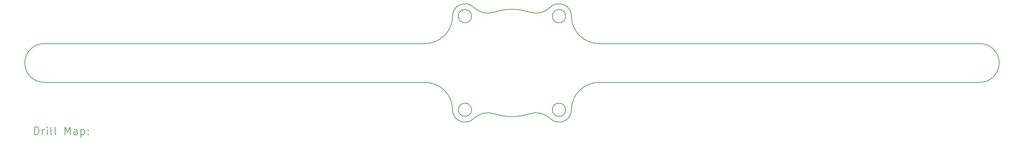
<source format=gbr>
%TF.GenerationSoftware,KiCad,Pcbnew,7.0.10-7.0.10~ubuntu22.04.1*%
%TF.CreationDate,2024-01-14T15:54:07-07:00*%
%TF.ProjectId,tiny_pov_arm,74696e79-5f70-46f7-965f-61726d2e6b69,rev?*%
%TF.SameCoordinates,Original*%
%TF.FileFunction,Drillmap*%
%TF.FilePolarity,Positive*%
%FSLAX45Y45*%
G04 Gerber Fmt 4.5, Leading zero omitted, Abs format (unit mm)*
G04 Created by KiCad (PCBNEW 7.0.10-7.0.10~ubuntu22.04.1) date 2024-01-14 15:54:07*
%MOMM*%
%LPD*%
G01*
G04 APERTURE LIST*
%ADD10C,0.200000*%
G04 APERTURE END LIST*
D10*
X27000000Y-10500000D02*
G75*
G03*
X27000000Y-9500000I0J500000D01*
G01*
X15979345Y-11431889D02*
G75*
G03*
X16525617Y-11205617I226275J226269D01*
G01*
X16375617Y-11205617D02*
G75*
G03*
X16035617Y-11205617I-170000J0D01*
G01*
X16035617Y-11205617D02*
G75*
G03*
X16375617Y-11205617I170000J0D01*
G01*
X14020657Y-8568109D02*
G75*
G03*
X14549533Y-8690304I362253J362259D01*
G01*
X12768766Y-9500000D02*
G75*
G03*
X13474383Y-8794383I0J705617D01*
G01*
X27000000Y-9500000D02*
X17231234Y-9500000D01*
X16375617Y-8794383D02*
G75*
G03*
X16035617Y-8794383I-170000J0D01*
G01*
X16035617Y-8794383D02*
G75*
G03*
X16375617Y-8794383I170000J0D01*
G01*
X13964383Y-11205617D02*
G75*
G03*
X13624383Y-11205617I-170000J0D01*
G01*
X13624383Y-11205617D02*
G75*
G03*
X13964383Y-11205617I170000J0D01*
G01*
X12768766Y-10500000D02*
X3000000Y-10500000D01*
X27000000Y-10500000D02*
X17231234Y-10500000D01*
X13964383Y-8794383D02*
G75*
G03*
X13624383Y-8794383I-170000J0D01*
G01*
X13624383Y-8794383D02*
G75*
G03*
X13964383Y-8794383I170000J0D01*
G01*
X16525620Y-8794383D02*
G75*
G03*
X17231234Y-9500000I705600J-17D01*
G01*
X15450467Y-8690304D02*
G75*
G03*
X14549533Y-8690304I-450467J-1309696D01*
G01*
X17231234Y-10500000D02*
G75*
G03*
X16525617Y-11205617I8J-705625D01*
G01*
X14549532Y-11309699D02*
G75*
G03*
X14020657Y-11431891I-166632J-484421D01*
G01*
X14020655Y-8568111D02*
G75*
G03*
X13474383Y-8794383I-226275J-226269D01*
G01*
X14549533Y-11309696D02*
G75*
G03*
X15450467Y-11309696I450467J1309696D01*
G01*
X3000000Y-9500000D02*
G75*
G03*
X3000000Y-10500000I0J-500000D01*
G01*
X15450468Y-8690301D02*
G75*
G03*
X15979343Y-8568109I166632J484421D01*
G01*
X16525620Y-8794383D02*
G75*
G03*
X15979343Y-8568109I-320000J3D01*
G01*
X13474380Y-11205617D02*
G75*
G03*
X12768766Y-10500000I-705600J17D01*
G01*
X15979343Y-11431891D02*
G75*
G03*
X15450467Y-11309696I-362253J-362259D01*
G01*
X13474380Y-11205617D02*
G75*
G03*
X14020657Y-11431891I320000J-3D01*
G01*
X12768766Y-9500000D02*
X3000000Y-9500000D01*
X2750777Y-11847104D02*
X2750777Y-11647104D01*
X2750777Y-11647104D02*
X2798396Y-11647104D01*
X2798396Y-11647104D02*
X2826967Y-11656628D01*
X2826967Y-11656628D02*
X2846015Y-11675675D01*
X2846015Y-11675675D02*
X2855539Y-11694723D01*
X2855539Y-11694723D02*
X2865062Y-11732818D01*
X2865062Y-11732818D02*
X2865062Y-11761389D01*
X2865062Y-11761389D02*
X2855539Y-11799485D01*
X2855539Y-11799485D02*
X2846015Y-11818532D01*
X2846015Y-11818532D02*
X2826967Y-11837580D01*
X2826967Y-11837580D02*
X2798396Y-11847104D01*
X2798396Y-11847104D02*
X2750777Y-11847104D01*
X2950777Y-11847104D02*
X2950777Y-11713770D01*
X2950777Y-11751866D02*
X2960301Y-11732818D01*
X2960301Y-11732818D02*
X2969824Y-11723294D01*
X2969824Y-11723294D02*
X2988872Y-11713770D01*
X2988872Y-11713770D02*
X3007920Y-11713770D01*
X3074586Y-11847104D02*
X3074586Y-11713770D01*
X3074586Y-11647104D02*
X3065062Y-11656628D01*
X3065062Y-11656628D02*
X3074586Y-11666151D01*
X3074586Y-11666151D02*
X3084110Y-11656628D01*
X3084110Y-11656628D02*
X3074586Y-11647104D01*
X3074586Y-11647104D02*
X3074586Y-11666151D01*
X3198396Y-11847104D02*
X3179348Y-11837580D01*
X3179348Y-11837580D02*
X3169824Y-11818532D01*
X3169824Y-11818532D02*
X3169824Y-11647104D01*
X3303158Y-11847104D02*
X3284110Y-11837580D01*
X3284110Y-11837580D02*
X3274586Y-11818532D01*
X3274586Y-11818532D02*
X3274586Y-11647104D01*
X3531729Y-11847104D02*
X3531729Y-11647104D01*
X3531729Y-11647104D02*
X3598396Y-11789961D01*
X3598396Y-11789961D02*
X3665062Y-11647104D01*
X3665062Y-11647104D02*
X3665062Y-11847104D01*
X3846015Y-11847104D02*
X3846015Y-11742342D01*
X3846015Y-11742342D02*
X3836491Y-11723294D01*
X3836491Y-11723294D02*
X3817443Y-11713770D01*
X3817443Y-11713770D02*
X3779348Y-11713770D01*
X3779348Y-11713770D02*
X3760301Y-11723294D01*
X3846015Y-11837580D02*
X3826967Y-11847104D01*
X3826967Y-11847104D02*
X3779348Y-11847104D01*
X3779348Y-11847104D02*
X3760301Y-11837580D01*
X3760301Y-11837580D02*
X3750777Y-11818532D01*
X3750777Y-11818532D02*
X3750777Y-11799485D01*
X3750777Y-11799485D02*
X3760301Y-11780437D01*
X3760301Y-11780437D02*
X3779348Y-11770913D01*
X3779348Y-11770913D02*
X3826967Y-11770913D01*
X3826967Y-11770913D02*
X3846015Y-11761389D01*
X3941253Y-11713770D02*
X3941253Y-11913770D01*
X3941253Y-11723294D02*
X3960301Y-11713770D01*
X3960301Y-11713770D02*
X3998396Y-11713770D01*
X3998396Y-11713770D02*
X4017443Y-11723294D01*
X4017443Y-11723294D02*
X4026967Y-11732818D01*
X4026967Y-11732818D02*
X4036491Y-11751866D01*
X4036491Y-11751866D02*
X4036491Y-11809008D01*
X4036491Y-11809008D02*
X4026967Y-11828056D01*
X4026967Y-11828056D02*
X4017443Y-11837580D01*
X4017443Y-11837580D02*
X3998396Y-11847104D01*
X3998396Y-11847104D02*
X3960301Y-11847104D01*
X3960301Y-11847104D02*
X3941253Y-11837580D01*
X4122205Y-11828056D02*
X4131729Y-11837580D01*
X4131729Y-11837580D02*
X4122205Y-11847104D01*
X4122205Y-11847104D02*
X4112682Y-11837580D01*
X4112682Y-11837580D02*
X4122205Y-11828056D01*
X4122205Y-11828056D02*
X4122205Y-11847104D01*
X4122205Y-11723294D02*
X4131729Y-11732818D01*
X4131729Y-11732818D02*
X4122205Y-11742342D01*
X4122205Y-11742342D02*
X4112682Y-11732818D01*
X4112682Y-11732818D02*
X4122205Y-11723294D01*
X4122205Y-11723294D02*
X4122205Y-11742342D01*
M02*

</source>
